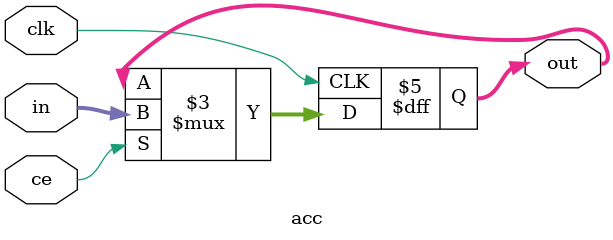
<source format=v>
`default_nettype none

module acc (
    input clk,
    input ce,
    input [7:0] in,
    output reg [7:0] out
);
    initial begin
        out = 0;
    end

    always @(posedge clk) begin
        if (ce)
            out <= in;
    end
endmodule

</source>
